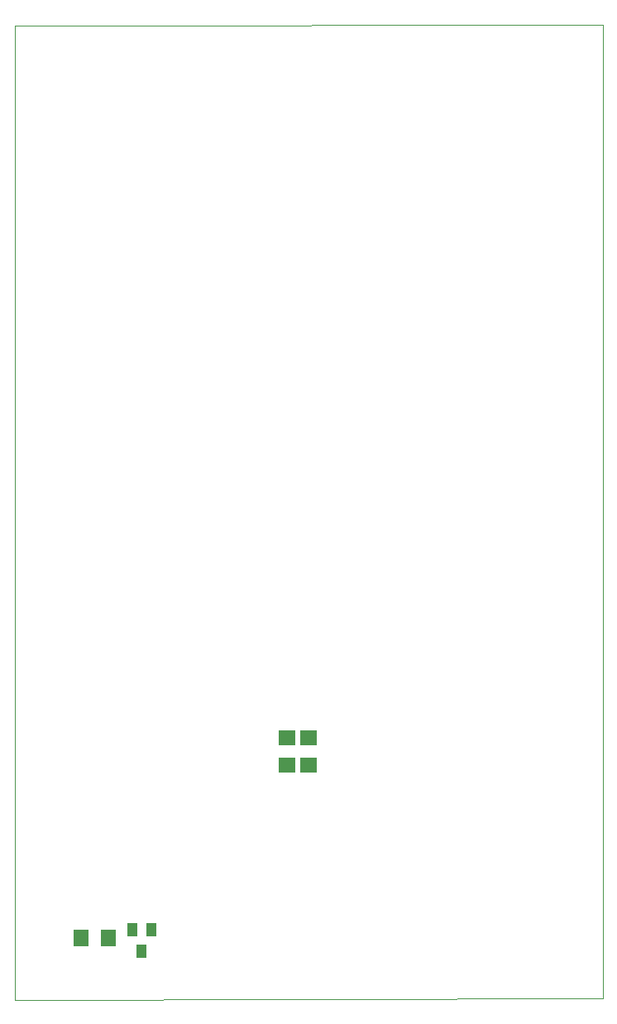
<source format=gbp>
G75*
%MOIN*%
%OFA0B0*%
%FSLAX25Y25*%
%IPPOS*%
%LPD*%
%AMOC8*
5,1,8,0,0,1.08239X$1,22.5*
%
%ADD10C,0.00000*%
%ADD11R,0.07087X0.06299*%
%ADD12R,0.06299X0.07098*%
%ADD13R,0.03937X0.05512*%
D10*
X0001739Y0002810D02*
X0001739Y0395311D01*
X0238660Y0395811D01*
X0238660Y0003310D01*
X0001739Y0002810D01*
D11*
X0111564Y0097430D03*
X0120064Y0097430D03*
X0120064Y0108454D03*
X0111564Y0108454D03*
D12*
X0039637Y0027510D03*
X0028440Y0027510D03*
D13*
X0049198Y0030841D03*
X0052939Y0022180D03*
X0056679Y0030841D03*
M02*

</source>
